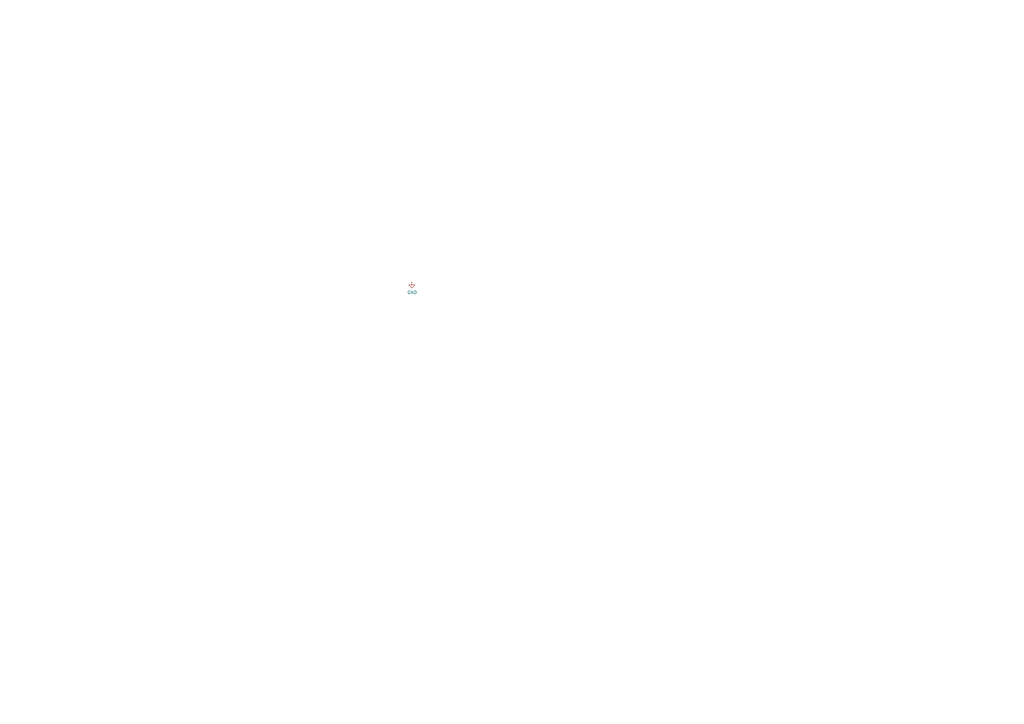
<source format=kicad_sch>
(kicad_sch
	(version 20231120)
	(generator "eeschema")
	(generator_version "8.0")
	(uuid "a6c1dc6d-722f-401b-be3e-0abcaf7fcaa2")
	(paper "A3")
	(lib_symbols
		(symbol "power:GND"
			(power)
			(pin_numbers hide)
			(pin_names
				(offset 0) hide)
			(exclude_from_sim no)
			(in_bom yes)
			(on_board yes)
			(property "Reference" "#PWR"
				(at 0 -6.35 0)
				(effects
					(font
						(size 1.27 1.27)
					)
					(hide yes)
				)
			)
			(property "Value" "GND"
				(at 0 -3.81 0)
				(effects
					(font
						(size 1.27 1.27)
					)
				)
			)
			(property "Footprint" ""
				(at 0 0 0)
				(effects
					(font
						(size 1.27 1.27)
					)
					(hide yes)
				)
			)
			(property "Datasheet" ""
				(at 0 0 0)
				(effects
					(font
						(size 1.27 1.27)
					)
					(hide yes)
				)
			)
			(property "Description" "Power symbol creates a global label with name \"GND\" , ground"
				(at 0 0 0)
				(effects
					(font
						(size 1.27 1.27)
					)
					(hide yes)
				)
			)
			(property "ki_keywords" "global power"
				(at 0 0 0)
				(effects
					(font
						(size 1.27 1.27)
					)
					(hide yes)
				)
			)
			(symbol "GND_0_1"
				(polyline
					(pts
						(xy 0 0) (xy 0 -1.27) (xy 1.27 -1.27) (xy 0 -2.54) (xy -1.27 -1.27) (xy 0 -1.27)
					)
					(stroke
						(width 0)
						(type default)
					)
					(fill
						(type none)
					)
				)
			)
			(symbol "GND_1_1"
				(pin power_in line
					(at 0 0 270)
					(length 0)
					(name "~"
						(effects
							(font
								(size 1.27 1.27)
							)
						)
					)
					(number "1"
						(effects
							(font
								(size 1.27 1.27)
							)
						)
					)
				)
			)
		)
	)
	(symbol
		(lib_id "power:GND")
		(at 168.91 115.57 0)
		(unit 1)
		(exclude_from_sim no)
		(in_bom yes)
		(on_board yes)
		(dnp no)
		(uuid "00000000-0000-0000-0000-00006155a806")
		(property "Reference" "#PWR0101"
			(at 168.91 121.92 0)
			(effects
				(font
					(size 1.27 1.27)
				)
				(hide yes)
			)
		)
		(property "Value" "GND"
			(at 169.037 119.9642 0)
			(effects
				(font
					(size 1.27 1.27)
				)
			)
		)
		(property "Footprint" ""
			(at 168.91 115.57 0)
			(effects
				(font
					(size 1.27 1.27)
				)
				(hide yes)
			)
		)
		(property "Datasheet" ""
			(at 168.91 115.57 0)
			(effects
				(font
					(size 1.27 1.27)
				)
				(hide yes)
			)
		)
		(property "Description" ""
			(at 168.91 115.57 0)
			(effects
				(font
					(size 1.27 1.27)
				)
				(hide yes)
			)
		)
		(pin "1"
			(uuid "16a5c000-9e3e-49f5-bbf0-83f45f00dca5")
		)
		(instances
			(project "VFD時計蓋"
				(path "/a6c1dc6d-722f-401b-be3e-0abcaf7fcaa2"
					(reference "#PWR0101")
					(unit 1)
				)
			)
		)
	)
	(sheet_instances
		(path "/"
			(page "1")
		)
	)
)

</source>
